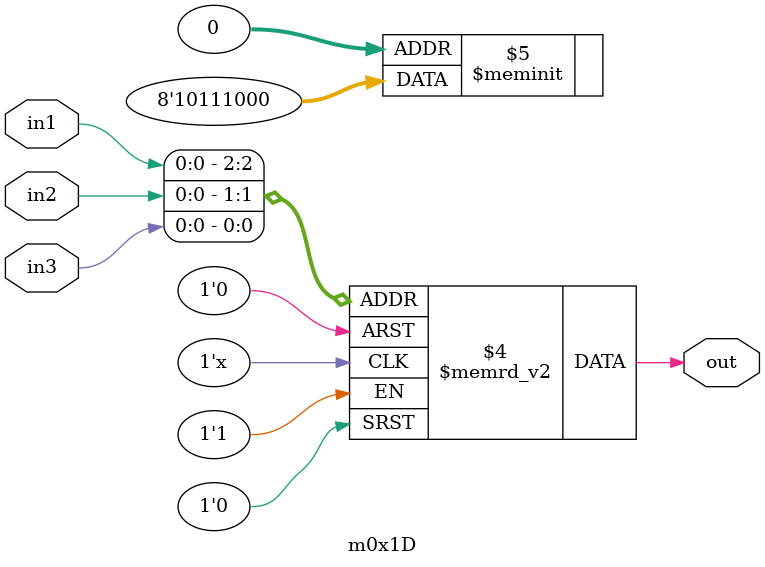
<source format=v>
module m0x1D(output out, input in1, in2, in3);

   always @(in1, in2, in3)
     begin
        case({in1, in2, in3})
          3'b000: {out} = 1'b0;
          3'b001: {out} = 1'b0;
          3'b010: {out} = 1'b0;
          3'b011: {out} = 1'b1;
          3'b100: {out} = 1'b1;
          3'b101: {out} = 1'b1;
          3'b110: {out} = 1'b0;
          3'b111: {out} = 1'b1;
        endcase // case ({in1, in2, in3})
     end // always @ (in1, in2, in3)

endmodule // m0x1D
</source>
